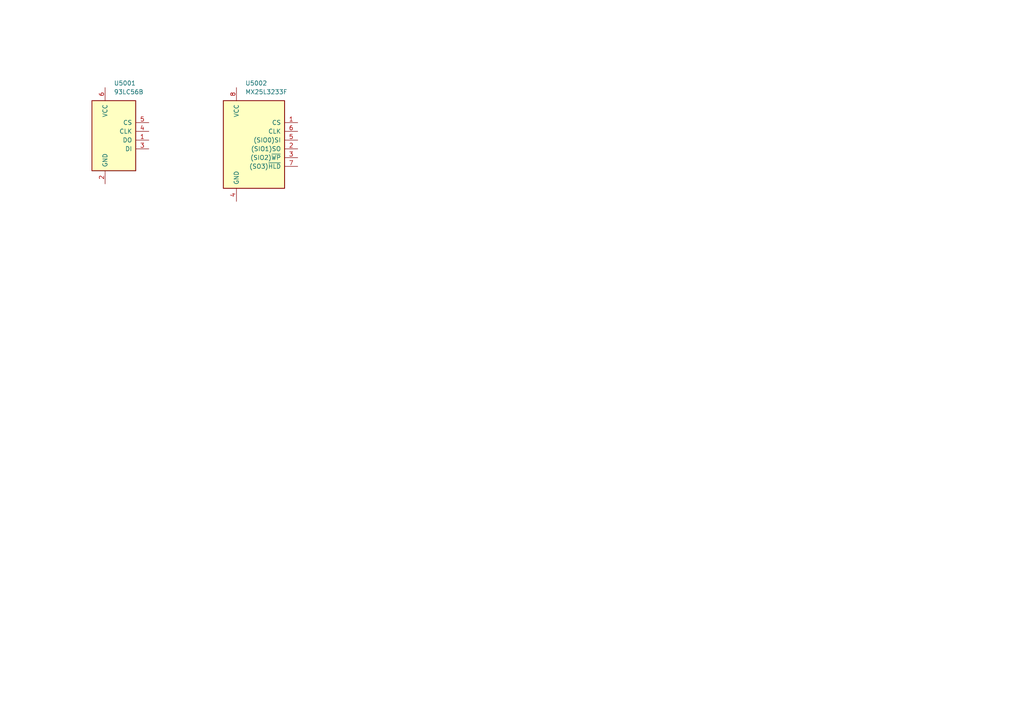
<source format=kicad_sch>
(kicad_sch
	(version 20250114)
	(generator "eeschema")
	(generator_version "9.0")
	(uuid "a80436de-973f-4298-8737-071ff986b2ce")
	(paper "A4")
	(title_block
		(title "Integrated circuits")
		(date "2026-01-10")
		(rev "1")
		(comment 1 "-")
		(comment 2 "-")
	)
	(lib_symbols
		(symbol "lily_symbols:ic_eeprom_93LC56B_sot23-6"
			(pin_names
				(offset 1.016)
			)
			(exclude_from_sim no)
			(in_bom yes)
			(on_board yes)
			(property "Reference" "U"
				(at 2.54 1.27 0)
				(effects
					(font
						(size 1.27 1.27)
					)
					(justify left)
				)
			)
			(property "Value" "93LC56B"
				(at 2.54 -1.27 0)
				(effects
					(font
						(size 1.27 1.27)
					)
					(justify left)
				)
			)
			(property "Footprint" "lily_footprints:sot23-6_sc74"
				(at 0 -45.72 0)
				(effects
					(font
						(size 1.27 1.27)
					)
					(hide yes)
				)
			)
			(property "Datasheet" "https://lilytronics.github.io/lily_kicad_lib/datasheets/microchip/93LC56B.pdf"
				(at 0 -58.42 0)
				(effects
					(font
						(size 1.27 1.27)
					)
					(hide yes)
				)
			)
			(property "Description" ""
				(at 0 0 0)
				(effects
					(font
						(size 1.27 1.27)
					)
					(hide yes)
				)
			)
			(property "Revision" "1"
				(at 0 -40.64 0)
				(effects
					(font
						(size 1.27 1.27)
					)
					(hide yes)
				)
			)
			(property "Status" "Active"
				(at 0 -43.18 0)
				(effects
					(font
						(size 1.27 1.27)
					)
					(hide yes)
				)
			)
			(property "Manufacturer" "Microchip Tech"
				(at 0 -48.26 0)
				(effects
					(font
						(size 1.27 1.27)
					)
					(hide yes)
				)
			)
			(property "Manufacturer_ID" "93LC56BT-I/OT"
				(at 0 -50.8 0)
				(effects
					(font
						(size 1.27 1.27)
					)
					(hide yes)
				)
			)
			(property "Lily_ID" "NO_ID"
				(at 0 -53.34 0)
				(effects
					(font
						(size 1.27 1.27)
					)
					(hide yes)
				)
			)
			(property "JLCPCB_ID" "C190271"
				(at 0 -55.88 0)
				(effects
					(font
						(size 1.27 1.27)
					)
					(hide yes)
				)
			)
			(symbol "ic_eeprom_93LC56B_sot23-6_0_1"
				(rectangle
					(start -3.81 -3.81)
					(end 8.89 -24.13)
					(stroke
						(width 0.254)
						(type default)
					)
					(fill
						(type background)
					)
				)
			)
			(symbol "ic_eeprom_93LC56B_sot23-6_1_1"
				(pin power_in line
					(at 0 0 270)
					(length 3.81)
					(name "VCC"
						(effects
							(font
								(size 1.27 1.27)
							)
						)
					)
					(number "6"
						(effects
							(font
								(size 1.27 1.27)
							)
						)
					)
				)
				(pin power_in line
					(at 0 -27.94 90)
					(length 3.81)
					(name "GND"
						(effects
							(font
								(size 1.27 1.27)
							)
						)
					)
					(number "2"
						(effects
							(font
								(size 1.27 1.27)
							)
						)
					)
				)
				(pin input line
					(at 12.7 -10.16 180)
					(length 3.81)
					(name "CS"
						(effects
							(font
								(size 1.27 1.27)
							)
						)
					)
					(number "5"
						(effects
							(font
								(size 1.27 1.27)
							)
						)
					)
				)
				(pin input line
					(at 12.7 -12.7 180)
					(length 3.81)
					(name "CLK"
						(effects
							(font
								(size 1.27 1.27)
							)
						)
					)
					(number "4"
						(effects
							(font
								(size 1.27 1.27)
							)
						)
					)
				)
				(pin output line
					(at 12.7 -15.24 180)
					(length 3.81)
					(name "DO"
						(effects
							(font
								(size 1.27 1.27)
							)
						)
					)
					(number "1"
						(effects
							(font
								(size 1.27 1.27)
							)
						)
					)
				)
				(pin input line
					(at 12.7 -17.78 180)
					(length 3.81)
					(name "DI"
						(effects
							(font
								(size 1.27 1.27)
							)
						)
					)
					(number "3"
						(effects
							(font
								(size 1.27 1.27)
							)
						)
					)
				)
			)
			(embedded_fonts no)
		)
		(symbol "lily_symbols:ic_flash_serial_MX25L3233F_soic8_5.3x5.3mm"
			(pin_names
				(offset 1.016)
			)
			(exclude_from_sim no)
			(in_bom yes)
			(on_board yes)
			(property "Reference" "U"
				(at 2.54 1.27 0)
				(effects
					(font
						(size 1.27 1.27)
					)
					(justify left)
				)
			)
			(property "Value" "MX25L3233F"
				(at 2.54 -1.27 0)
				(effects
					(font
						(size 1.27 1.27)
					)
					(justify left)
				)
			)
			(property "Footprint" "lily_footprints:soic8_5.3x5.3mm"
				(at 5.08 -48.26 0)
				(effects
					(font
						(size 1.27 1.27)
					)
					(hide yes)
				)
			)
			(property "Datasheet" "https://lilytronics.github.io/lily_kicad_lib/datasheets/macronix/MX25L3233F.pdf"
				(at 5.08 -60.96 0)
				(effects
					(font
						(size 1.27 1.27)
					)
					(hide yes)
				)
			)
			(property "Description" ""
				(at 0 0 0)
				(effects
					(font
						(size 1.27 1.27)
					)
					(hide yes)
				)
			)
			(property "Revision" "1"
				(at 5.08 -43.18 0)
				(effects
					(font
						(size 1.27 1.27)
					)
					(hide yes)
				)
			)
			(property "Status" "Active"
				(at 5.08 -45.72 0)
				(effects
					(font
						(size 1.27 1.27)
					)
					(hide yes)
				)
			)
			(property "Manufacturer" "Macronix"
				(at 5.08 -50.8 0)
				(effects
					(font
						(size 1.27 1.27)
					)
					(hide yes)
				)
			)
			(property "Manufacturer_ID" "MX25L3233FM2I-08G"
				(at 5.08 -53.34 0)
				(effects
					(font
						(size 1.27 1.27)
					)
					(hide yes)
				)
			)
			(property "Lily_ID" "NO_ID"
				(at 5.08 -55.88 0)
				(effects
					(font
						(size 1.27 1.27)
					)
					(hide yes)
				)
			)
			(property "JLCPCB_ID" "C190802"
				(at 5.08 -58.42 0)
				(effects
					(font
						(size 1.27 1.27)
					)
					(hide yes)
				)
			)
			(symbol "ic_flash_serial_MX25L3233F_soic8_5.3x5.3mm_0_1"
				(rectangle
					(start -3.81 -3.81)
					(end 13.97 -29.21)
					(stroke
						(width 0.254)
						(type default)
					)
					(fill
						(type background)
					)
				)
			)
			(symbol "ic_flash_serial_MX25L3233F_soic8_5.3x5.3mm_1_1"
				(pin power_in line
					(at 0 0 270)
					(length 3.81)
					(name "VCC"
						(effects
							(font
								(size 1.27 1.27)
							)
						)
					)
					(number "8"
						(effects
							(font
								(size 1.27 1.27)
							)
						)
					)
				)
				(pin power_in line
					(at 0 -33.02 90)
					(length 3.81)
					(name "GND"
						(effects
							(font
								(size 1.27 1.27)
							)
						)
					)
					(number "4"
						(effects
							(font
								(size 1.27 1.27)
							)
						)
					)
				)
				(pin input line
					(at 17.78 -10.16 180)
					(length 3.81)
					(name "CS"
						(effects
							(font
								(size 1.27 1.27)
							)
						)
					)
					(number "1"
						(effects
							(font
								(size 1.27 1.27)
							)
						)
					)
				)
				(pin input line
					(at 17.78 -12.7 180)
					(length 3.81)
					(name "CLK"
						(effects
							(font
								(size 1.27 1.27)
							)
						)
					)
					(number "6"
						(effects
							(font
								(size 1.27 1.27)
							)
						)
					)
				)
				(pin bidirectional line
					(at 17.78 -15.24 180)
					(length 3.81)
					(name "(SIO0)SI"
						(effects
							(font
								(size 1.27 1.27)
							)
						)
					)
					(number "5"
						(effects
							(font
								(size 1.27 1.27)
							)
						)
					)
				)
				(pin bidirectional line
					(at 17.78 -17.78 180)
					(length 3.81)
					(name "(SIO1)SO"
						(effects
							(font
								(size 1.27 1.27)
							)
						)
					)
					(number "2"
						(effects
							(font
								(size 1.27 1.27)
							)
						)
					)
				)
				(pin bidirectional line
					(at 17.78 -20.32 180)
					(length 3.81)
					(name "(SIO2)~{WP}"
						(effects
							(font
								(size 1.27 1.27)
							)
						)
					)
					(number "3"
						(effects
							(font
								(size 1.27 1.27)
							)
						)
					)
				)
				(pin bidirectional line
					(at 17.78 -22.86 180)
					(length 3.81)
					(name "(SO3)~{HLD}"
						(effects
							(font
								(size 1.27 1.27)
							)
						)
					)
					(number "7"
						(effects
							(font
								(size 1.27 1.27)
							)
						)
					)
				)
			)
			(embedded_fonts no)
		)
	)
	(symbol
		(lib_id "lily_symbols:ic_eeprom_93LC56B_sot23-6")
		(at 30.48 25.4 0)
		(unit 1)
		(exclude_from_sim no)
		(in_bom yes)
		(on_board yes)
		(dnp no)
		(uuid "9c319801-6418-47cf-9eae-6f725a9fbdd9")
		(property "Reference" "U5001"
			(at 33.02 24.13 0)
			(effects
				(font
					(size 1.27 1.27)
				)
				(justify left)
			)
		)
		(property "Value" "93LC56B"
			(at 33.02 26.67 0)
			(effects
				(font
					(size 1.27 1.27)
				)
				(justify left)
			)
		)
		(property "Footprint" "lily_footprints:sot23-6_sc74"
			(at 30.48 71.12 0)
			(effects
				(font
					(size 1.27 1.27)
				)
				(hide yes)
			)
		)
		(property "Datasheet" "https://lilytronics.github.io/lily_kicad_lib/datasheets/microchip/93LC56B.pdf"
			(at 30.48 83.82 0)
			(effects
				(font
					(size 1.27 1.27)
				)
				(hide yes)
			)
		)
		(property "Description" ""
			(at 30.48 25.4 0)
			(effects
				(font
					(size 1.27 1.27)
				)
				(hide yes)
			)
		)
		(property "Revision" "1"
			(at 30.48 66.04 0)
			(effects
				(font
					(size 1.27 1.27)
				)
				(hide yes)
			)
		)
		(property "Status" "Active"
			(at 30.48 68.58 0)
			(effects
				(font
					(size 1.27 1.27)
				)
				(hide yes)
			)
		)
		(property "Manufacturer" "Microchip Tech"
			(at 30.48 73.66 0)
			(effects
				(font
					(size 1.27 1.27)
				)
				(hide yes)
			)
		)
		(property "Manufacturer_ID" "93LC56BT-I/OT"
			(at 30.48 76.2 0)
			(effects
				(font
					(size 1.27 1.27)
				)
				(hide yes)
			)
		)
		(property "Lily_ID" "NO_ID"
			(at 30.48 78.74 0)
			(effects
				(font
					(size 1.27 1.27)
				)
				(hide yes)
			)
		)
		(property "JLCPCB_ID" "C190271"
			(at 30.48 81.28 0)
			(effects
				(font
					(size 1.27 1.27)
				)
				(hide yes)
			)
		)
		(pin "1"
			(uuid "6e48f961-b806-4f0c-98a2-b75bb4776c7f")
		)
		(pin "5"
			(uuid "66eadf0a-b9c8-4699-b651-9dfc4c47ed39")
		)
		(pin "6"
			(uuid "e3a3a23d-1892-406a-8dbe-b6a38e23868c")
		)
		(pin "4"
			(uuid "ae8519f1-032c-424f-9426-270fe7a566d3")
		)
		(pin "2"
			(uuid "f95842a9-4923-4433-ab24-32592ab1d86c")
		)
		(pin "3"
			(uuid "081b48f0-e620-4e83-958a-86f08bce868f")
		)
		(instances
			(project ""
				(path "/e63e39d7-6ac0-4ffd-8aa3-1841a4541b55/3fcb8f78-9066-4e9f-9c65-4850623ce711"
					(reference "U5001")
					(unit 1)
				)
			)
		)
	)
	(symbol
		(lib_id "lily_symbols:ic_flash_serial_MX25L3233F_soic8_5.3x5.3mm")
		(at 68.58 25.4 0)
		(unit 1)
		(exclude_from_sim no)
		(in_bom yes)
		(on_board yes)
		(dnp no)
		(uuid "dbd20870-6dab-4faf-9f09-ba3c2a5f1acb")
		(property "Reference" "U5002"
			(at 71.12 24.13 0)
			(effects
				(font
					(size 1.27 1.27)
				)
				(justify left)
			)
		)
		(property "Value" "MX25L3233F"
			(at 71.12 26.67 0)
			(effects
				(font
					(size 1.27 1.27)
				)
				(justify left)
			)
		)
		(property "Footprint" "lily_footprints:soic8_5.3x5.3mm"
			(at 73.66 73.66 0)
			(effects
				(font
					(size 1.27 1.27)
				)
				(hide yes)
			)
		)
		(property "Datasheet" "https://lilytronics.github.io/lily_kicad_lib/datasheets/macronix/MX25L3233F.pdf"
			(at 73.66 86.36 0)
			(effects
				(font
					(size 1.27 1.27)
				)
				(hide yes)
			)
		)
		(property "Description" ""
			(at 68.58 25.4 0)
			(effects
				(font
					(size 1.27 1.27)
				)
				(hide yes)
			)
		)
		(property "Revision" "1"
			(at 73.66 68.58 0)
			(effects
				(font
					(size 1.27 1.27)
				)
				(hide yes)
			)
		)
		(property "Status" "Active"
			(at 73.66 71.12 0)
			(effects
				(font
					(size 1.27 1.27)
				)
				(hide yes)
			)
		)
		(property "Manufacturer" "Macronix"
			(at 73.66 76.2 0)
			(effects
				(font
					(size 1.27 1.27)
				)
				(hide yes)
			)
		)
		(property "Manufacturer_ID" "MX25L3233FM2I-08G"
			(at 73.66 78.74 0)
			(effects
				(font
					(size 1.27 1.27)
				)
				(hide yes)
			)
		)
		(property "Lily_ID" "NO_ID"
			(at 73.66 81.28 0)
			(effects
				(font
					(size 1.27 1.27)
				)
				(hide yes)
			)
		)
		(property "JLCPCB_ID" "C190802"
			(at 73.66 83.82 0)
			(effects
				(font
					(size 1.27 1.27)
				)
				(hide yes)
			)
		)
		(pin "1"
			(uuid "ab222ac9-7b74-4386-89d0-4c05ca9d3b05")
		)
		(pin "6"
			(uuid "7058f3ff-3b40-48ad-a2d5-bc2db76110b7")
		)
		(pin "3"
			(uuid "4f4b6783-a52c-4002-8dde-a0a21767768b")
		)
		(pin "7"
			(uuid "9e08497c-4e8d-47e1-90e4-3834e32d301e")
		)
		(pin "5"
			(uuid "bbeb1f2c-4acd-4ba5-8097-e43988512537")
		)
		(pin "8"
			(uuid "02287c6c-6257-4891-a637-76dc4bbae532")
		)
		(pin "4"
			(uuid "80eb45cb-6ea2-4f57-a287-a00761b4325d")
		)
		(pin "2"
			(uuid "3d95a903-cab7-4335-9bfd-abe0d57934ac")
		)
		(instances
			(project ""
				(path "/e63e39d7-6ac0-4ffd-8aa3-1841a4541b55/3fcb8f78-9066-4e9f-9c65-4850623ce711"
					(reference "U5002")
					(unit 1)
				)
			)
		)
	)
)

</source>
